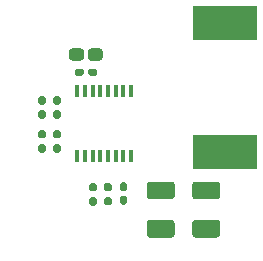
<source format=gbr>
%TF.GenerationSoftware,KiCad,Pcbnew,(5.1.7)-1*%
%TF.CreationDate,2020-12-08T16:49:31+09:00*%
%TF.ProjectId,FlightComputer-Booster,466c6967-6874-4436-9f6d-70757465722d,rev?*%
%TF.SameCoordinates,Original*%
%TF.FileFunction,Paste,Top*%
%TF.FilePolarity,Positive*%
%FSLAX46Y46*%
G04 Gerber Fmt 4.6, Leading zero omitted, Abs format (unit mm)*
G04 Created by KiCad (PCBNEW (5.1.7)-1) date 2020-12-08 16:49:31*
%MOMM*%
%LPD*%
G01*
G04 APERTURE LIST*
%ADD10R,0.450000X1.050000*%
%ADD11R,5.400000X2.900000*%
G04 APERTURE END LIST*
D10*
%TO.C,U1*%
X-25985000Y11703000D03*
X-26635000Y11703000D03*
X-27285000Y11703000D03*
X-27935000Y11703000D03*
X-28585000Y11703000D03*
X-29235000Y11703000D03*
X-29885000Y11703000D03*
X-30535000Y11703000D03*
X-30535000Y17253000D03*
X-29885000Y17253000D03*
X-29235000Y17253000D03*
X-28585000Y17253000D03*
X-27935000Y17253000D03*
X-27285000Y17253000D03*
X-26635000Y17253000D03*
X-25985000Y17253000D03*
%TD*%
D11*
%TO.C,L1*%
X-18034000Y12076000D03*
X-18034000Y22976000D03*
%TD*%
%TO.C,C5*%
G36*
G01*
X-24395000Y6295000D02*
X-22545000Y6295000D01*
G75*
G02*
X-22295000Y6045000I0J-250000D01*
G01*
X-22295000Y5045000D01*
G75*
G02*
X-22545000Y4795000I-250000J0D01*
G01*
X-24395000Y4795000D01*
G75*
G02*
X-24645000Y5045000I0J250000D01*
G01*
X-24645000Y6045000D01*
G75*
G02*
X-24395000Y6295000I250000J0D01*
G01*
G37*
G36*
G01*
X-24395000Y9545000D02*
X-22545000Y9545000D01*
G75*
G02*
X-22295000Y9295000I0J-250000D01*
G01*
X-22295000Y8295000D01*
G75*
G02*
X-22545000Y8045000I-250000J0D01*
G01*
X-24395000Y8045000D01*
G75*
G02*
X-24645000Y8295000I0J250000D01*
G01*
X-24645000Y9295000D01*
G75*
G02*
X-24395000Y9545000I250000J0D01*
G01*
G37*
%TD*%
%TO.C,R8*%
G36*
G01*
X-32090000Y13190000D02*
X-32410000Y13190000D01*
G75*
G02*
X-32570000Y13350000I0J160000D01*
G01*
X-32570000Y13745000D01*
G75*
G02*
X-32410000Y13905000I160000J0D01*
G01*
X-32090000Y13905000D01*
G75*
G02*
X-31930000Y13745000I0J-160000D01*
G01*
X-31930000Y13350000D01*
G75*
G02*
X-32090000Y13190000I-160000J0D01*
G01*
G37*
G36*
G01*
X-32090000Y11995000D02*
X-32410000Y11995000D01*
G75*
G02*
X-32570000Y12155000I0J160000D01*
G01*
X-32570000Y12550000D01*
G75*
G02*
X-32410000Y12710000I160000J0D01*
G01*
X-32090000Y12710000D01*
G75*
G02*
X-31930000Y12550000I0J-160000D01*
G01*
X-31930000Y12155000D01*
G75*
G02*
X-32090000Y11995000I-160000J0D01*
G01*
G37*
%TD*%
%TO.C,R7*%
G36*
G01*
X-33368000Y16058000D02*
X-33688000Y16058000D01*
G75*
G02*
X-33848000Y16218000I0J160000D01*
G01*
X-33848000Y16613000D01*
G75*
G02*
X-33688000Y16773000I160000J0D01*
G01*
X-33368000Y16773000D01*
G75*
G02*
X-33208000Y16613000I0J-160000D01*
G01*
X-33208000Y16218000D01*
G75*
G02*
X-33368000Y16058000I-160000J0D01*
G01*
G37*
G36*
G01*
X-33368000Y14863000D02*
X-33688000Y14863000D01*
G75*
G02*
X-33848000Y15023000I0J160000D01*
G01*
X-33848000Y15418000D01*
G75*
G02*
X-33688000Y15578000I160000J0D01*
G01*
X-33368000Y15578000D01*
G75*
G02*
X-33208000Y15418000I0J-160000D01*
G01*
X-33208000Y15023000D01*
G75*
G02*
X-33368000Y14863000I-160000J0D01*
G01*
G37*
%TD*%
%TO.C,R5*%
G36*
G01*
X-29370000Y8230000D02*
X-29050000Y8230000D01*
G75*
G02*
X-28890000Y8070000I0J-160000D01*
G01*
X-28890000Y7675000D01*
G75*
G02*
X-29050000Y7515000I-160000J0D01*
G01*
X-29370000Y7515000D01*
G75*
G02*
X-29530000Y7675000I0J160000D01*
G01*
X-29530000Y8070000D01*
G75*
G02*
X-29370000Y8230000I160000J0D01*
G01*
G37*
G36*
G01*
X-29370000Y9425000D02*
X-29050000Y9425000D01*
G75*
G02*
X-28890000Y9265000I0J-160000D01*
G01*
X-28890000Y8870000D01*
G75*
G02*
X-29050000Y8710000I-160000J0D01*
G01*
X-29370000Y8710000D01*
G75*
G02*
X-29530000Y8870000I0J160000D01*
G01*
X-29530000Y9265000D01*
G75*
G02*
X-29370000Y9425000I160000J0D01*
G01*
G37*
%TD*%
%TO.C,R4*%
G36*
G01*
X-32098000Y16058000D02*
X-32418000Y16058000D01*
G75*
G02*
X-32578000Y16218000I0J160000D01*
G01*
X-32578000Y16613000D01*
G75*
G02*
X-32418000Y16773000I160000J0D01*
G01*
X-32098000Y16773000D01*
G75*
G02*
X-31938000Y16613000I0J-160000D01*
G01*
X-31938000Y16218000D01*
G75*
G02*
X-32098000Y16058000I-160000J0D01*
G01*
G37*
G36*
G01*
X-32098000Y14863000D02*
X-32418000Y14863000D01*
G75*
G02*
X-32578000Y15023000I0J160000D01*
G01*
X-32578000Y15418000D01*
G75*
G02*
X-32418000Y15578000I160000J0D01*
G01*
X-32098000Y15578000D01*
G75*
G02*
X-31938000Y15418000I0J-160000D01*
G01*
X-31938000Y15023000D01*
G75*
G02*
X-32098000Y14863000I-160000J0D01*
G01*
G37*
%TD*%
%TO.C,R2*%
G36*
G01*
X-28100000Y8240000D02*
X-27780000Y8240000D01*
G75*
G02*
X-27620000Y8080000I0J-160000D01*
G01*
X-27620000Y7685000D01*
G75*
G02*
X-27780000Y7525000I-160000J0D01*
G01*
X-28100000Y7525000D01*
G75*
G02*
X-28260000Y7685000I0J160000D01*
G01*
X-28260000Y8080000D01*
G75*
G02*
X-28100000Y8240000I160000J0D01*
G01*
G37*
G36*
G01*
X-28100000Y9435000D02*
X-27780000Y9435000D01*
G75*
G02*
X-27620000Y9275000I0J-160000D01*
G01*
X-27620000Y8880000D01*
G75*
G02*
X-27780000Y8720000I-160000J0D01*
G01*
X-28100000Y8720000D01*
G75*
G02*
X-28260000Y8880000I0J160000D01*
G01*
X-28260000Y9275000D01*
G75*
G02*
X-28100000Y9435000I160000J0D01*
G01*
G37*
%TD*%
%TO.C,R1*%
G36*
G01*
X-33365000Y13190000D02*
X-33685000Y13190000D01*
G75*
G02*
X-33845000Y13350000I0J160000D01*
G01*
X-33845000Y13745000D01*
G75*
G02*
X-33685000Y13905000I160000J0D01*
G01*
X-33365000Y13905000D01*
G75*
G02*
X-33205000Y13745000I0J-160000D01*
G01*
X-33205000Y13350000D01*
G75*
G02*
X-33365000Y13190000I-160000J0D01*
G01*
G37*
G36*
G01*
X-33365000Y11995000D02*
X-33685000Y11995000D01*
G75*
G02*
X-33845000Y12155000I0J160000D01*
G01*
X-33845000Y12550000D01*
G75*
G02*
X-33685000Y12710000I160000J0D01*
G01*
X-33365000Y12710000D01*
G75*
G02*
X-33205000Y12550000I0J-160000D01*
G01*
X-33205000Y12155000D01*
G75*
G02*
X-33365000Y11995000I-160000J0D01*
G01*
G37*
%TD*%
%TO.C,C4*%
G36*
G01*
X-30000000Y18951000D02*
X-30000000Y18641000D01*
G75*
G02*
X-30155000Y18486000I-155000J0D01*
G01*
X-30580000Y18486000D01*
G75*
G02*
X-30735000Y18641000I0J155000D01*
G01*
X-30735000Y18951000D01*
G75*
G02*
X-30580000Y19106000I155000J0D01*
G01*
X-30155000Y19106000D01*
G75*
G02*
X-30000000Y18951000I0J-155000D01*
G01*
G37*
G36*
G01*
X-28865000Y18951000D02*
X-28865000Y18641000D01*
G75*
G02*
X-29020000Y18486000I-155000J0D01*
G01*
X-29445000Y18486000D01*
G75*
G02*
X-29600000Y18641000I0J155000D01*
G01*
X-29600000Y18951000D01*
G75*
G02*
X-29445000Y19106000I155000J0D01*
G01*
X-29020000Y19106000D01*
G75*
G02*
X-28865000Y18951000I0J-155000D01*
G01*
G37*
%TD*%
%TO.C,C3*%
G36*
G01*
X-29975000Y20575001D02*
X-29975000Y20024999D01*
G75*
G02*
X-30224999Y19775000I-249999J0D01*
G01*
X-30975001Y19775000D01*
G75*
G02*
X-31225000Y20024999I0J249999D01*
G01*
X-31225000Y20575001D01*
G75*
G02*
X-30975001Y20825000I249999J0D01*
G01*
X-30224999Y20825000D01*
G75*
G02*
X-29975000Y20575001I0J-249999D01*
G01*
G37*
G36*
G01*
X-28375000Y20575001D02*
X-28375000Y20024999D01*
G75*
G02*
X-28624999Y19775000I-249999J0D01*
G01*
X-29375001Y19775000D01*
G75*
G02*
X-29625000Y20024999I0J249999D01*
G01*
X-29625000Y20575001D01*
G75*
G02*
X-29375001Y20825000I249999J0D01*
G01*
X-28624999Y20825000D01*
G75*
G02*
X-28375000Y20575001I0J-249999D01*
G01*
G37*
%TD*%
%TO.C,C2*%
G36*
G01*
X-20545000Y6295000D02*
X-18695000Y6295000D01*
G75*
G02*
X-18445000Y6045000I0J-250000D01*
G01*
X-18445000Y5045000D01*
G75*
G02*
X-18695000Y4795000I-250000J0D01*
G01*
X-20545000Y4795000D01*
G75*
G02*
X-20795000Y5045000I0J250000D01*
G01*
X-20795000Y6045000D01*
G75*
G02*
X-20545000Y6295000I250000J0D01*
G01*
G37*
G36*
G01*
X-20545000Y9545000D02*
X-18695000Y9545000D01*
G75*
G02*
X-18445000Y9295000I0J-250000D01*
G01*
X-18445000Y8295000D01*
G75*
G02*
X-18695000Y8045000I-250000J0D01*
G01*
X-20545000Y8045000D01*
G75*
G02*
X-20795000Y8295000I0J250000D01*
G01*
X-20795000Y9295000D01*
G75*
G02*
X-20545000Y9545000I250000J0D01*
G01*
G37*
%TD*%
%TO.C,C1*%
G36*
G01*
X-26785000Y8330000D02*
X-26475000Y8330000D01*
G75*
G02*
X-26320000Y8175000I0J-155000D01*
G01*
X-26320000Y7750000D01*
G75*
G02*
X-26475000Y7595000I-155000J0D01*
G01*
X-26785000Y7595000D01*
G75*
G02*
X-26940000Y7750000I0J155000D01*
G01*
X-26940000Y8175000D01*
G75*
G02*
X-26785000Y8330000I155000J0D01*
G01*
G37*
G36*
G01*
X-26785000Y9465000D02*
X-26475000Y9465000D01*
G75*
G02*
X-26320000Y9310000I0J-155000D01*
G01*
X-26320000Y8885000D01*
G75*
G02*
X-26475000Y8730000I-155000J0D01*
G01*
X-26785000Y8730000D01*
G75*
G02*
X-26940000Y8885000I0J155000D01*
G01*
X-26940000Y9310000D01*
G75*
G02*
X-26785000Y9465000I155000J0D01*
G01*
G37*
%TD*%
M02*

</source>
